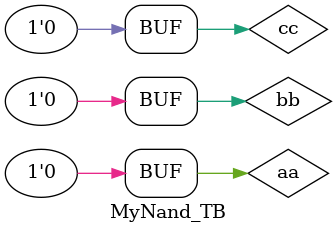
<source format=sv>
`timescale 1ns/1ns

module MyNand(input a,b,c, output w);
	supply1 Vdd;
	supply0 gnd;
	wire i,j,k,l;
	pmos #(4,7,9) P1(j,Vdd,a);
	pmos #(4,7,9) P2(j,Vdd,b);
	pmos #(4,7,9) P3(w,j,i);
	pmos #(4,7,9) P4(i,Vdd,c);
	nmos #(3,5,7) N1(k,gnd,b);
	nmos #(3,5,7) N2(l,k,a);
	nmos #(3,5,7) N3(w,l,c);
	nmos #(3,5,7) N4(i,gnd,c);
endmodule

module MyNand_TB();
	reg aa=0, bb=0, cc=0;
	wire w;
	MyNand N1(aa,bb,cc,w);
	initial begin
		#40 cc=1;
		#50 aa=1;
		#40 bb=1;
		#50 aa=0;
		bb=0;
		#40 cc=0;
	end
endmodule
</source>
